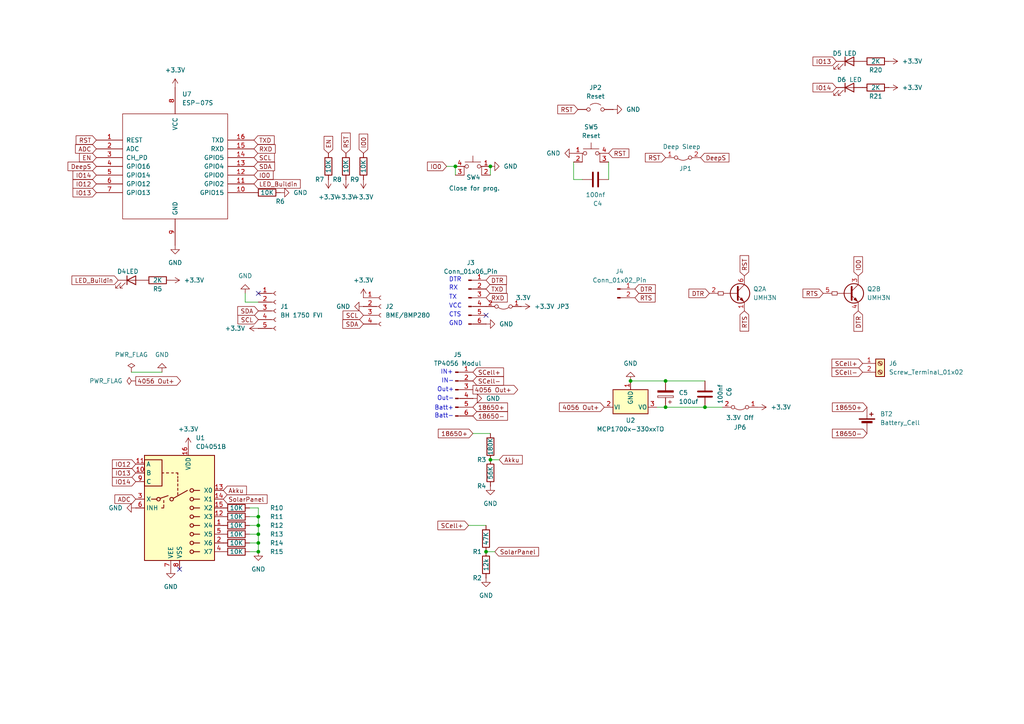
<source format=kicad_sch>
(kicad_sch (version 20250114) (generator "eeschema") (generator_version "9.0")
  (paper "A4")
  (title_block (title "TP One Board V2.0") (date "2025-06-15") (rev "V2.0") (company "TP Computerservice"))
  (lib_symbols
    (symbol "+3.3V_1" (power) (pin_numbers (hide yes)) (pin_names (offset 0) (hide yes))
      (property "Value" "+3.3V" (at 0 3.556 0))
      (symbol "+3.3V_1_0_1"
        (polyline (pts (xy -0.762 1.27) (xy 0 2.54)))
        (polyline (pts (xy 0 2.54) (xy 0.762 1.27)))
        (polyline (pts (xy 0 0) (xy 0 2.54)))
      )
      (symbol "+3.3V_1_1_1"
        (pin power_in line (at 0 0 90) (length 0) (name "~") (number "1"))
      )
    )
    (symbol "Analog_Switch:CD4051B"
      (property "Reference" "U" (at -10.16 16.51 0))
      (property "Value" "CD4051B" (at 3.81 16.51 0))
      (symbol "CD4051B_0_1"
        (rectangle (start -10.16 15.24) (end 10.16 -15.24) (stroke (width 0.254)) (fill (type background)))
        (rectangle (start -10.16 6.35) (end -5.08 13.97) (stroke (width 0.254)))
        (polyline (pts (xy -8.128 2.54) (xy -6.604 2.54)) (stroke (width 0.254)))
        (circle (center -6.096 2.54) (radius 0.508) (stroke (width 0.254)))
        (polyline (pts (xy -5.588 2.794) (xy -3.302 3.556)) (stroke (width 0.254)))
        (polyline (pts (xy -4.572 10.16) (xy -5.08 10.16)) (stroke (width 0.254)))
        (polyline (pts (xy -4.572 1.524) (xy -4.572 2.159)) (stroke (width 0.254)))
        (polyline (pts (xy -4.572 0.254) (xy -4.572 0.889)) (stroke (width 0.254)))
        (polyline (pts (xy -4.572 0) (xy -5.207 0)) (stroke (width 0.254)))
        (polyline (pts (xy -3.81 10.16) (xy -3.175 10.16)) (stroke (width 0.254)))
        (circle (center -2.286 2.54) (radius 0.508) (stroke (width 0.254)))
        (polyline (pts (xy -1.778 10.16) (xy -2.286 10.16)) (stroke (width 0.254)))
        (polyline (pts (xy -1.778 2.794) (xy 2.286 5.08)) (stroke (width 0.254)))
        (polyline (pts (xy -0.508 10.16) (xy -1.016 10.16)) (stroke (width 0.254)))
        (polyline (pts (xy -0.508 9.652) (xy -0.508 10.16)) (stroke (width 0.254)))
        (polyline (pts (xy -0.508 8.636) (xy -0.508 9.144)) (stroke (width 0.254)))
        (polyline (pts (xy -0.508 7.62) (xy -0.508 8.255)) (stroke (width 0.254)))
        (polyline (pts (xy -0.508 6.35) (xy -0.508 6.985)) (stroke (width 0.254)))
        (polyline (pts (xy -0.508 5.08) (xy -0.508 5.715)) (stroke (width 0.254)))
        (polyline (pts (xy -0.508 3.81) (xy -0.508 4.445)) (stroke (width 0.254)))
        (circle (center 3.556 5.08) (radius 0.508) (stroke (width 0.254)))
        (circle (center 3.556 2.54) (radius 0.508) (stroke (width 0.254)))
        (circle (center 3.556 0) (radius 0.508) (stroke (width 0.254)))
        (circle (center 3.556 -2.54) (radius 0.508) (stroke (width 0.254)))
        (circle (center 3.556 -5.08) (radius 0.508) (stroke (width 0.254)))
        (circle (center 3.556 -7.62) (radius 0.508) (stroke (width 0.254)))
        (circle (center 3.556 -10.16) (radius 0.508) (stroke (width 0.254)))
        (circle (center 3.556 -12.7) (radius 0.508) (stroke (width 0.254)))
        (polyline (pts (xy 4.064 5.08) (xy 5.842 5.08)) (stroke (width 0.254)))
        (polyline (pts (xy 4.064 2.54) (xy 5.842 2.54)) (stroke (width 0.254)))
        (polyline (pts (xy 4.064 0) (xy 5.842 0)) (stroke (width 0.254)))
        (polyline (pts (xy 4.064 -2.54) (xy 5.842 -2.54)) (stroke (width 0.254)))
        (polyline (pts (xy 4.064 -5.08) (xy 5.842 -5.08)) (stroke (width 0.254)))
        (polyline (pts (xy 4.064 -7.62) (xy 5.842 -7.62)) (stroke (width 0.254)))
        (polyline (pts (xy 4.064 -10.16) (xy 5.842 -10.16)) (stroke (width 0.254)))
        (polyline (pts (xy 4.064 -12.7) (xy 5.842 -12.7)) (stroke (width 0.254)))
      )
      (symbol "CD4051B_1_1"
        (pin input line (at -12.7 12.7 0) (length 2.54) (name "A") (number "11"))
        (pin input line (at -12.7 10.16 0) (length 2.54) (name "B") (number "10"))
        (pin input line (at -12.7 7.62 0) (length 2.54) (name "C") (number "9"))
        (pin bidirectional line (at -12.7 2.54 0) (length 2.54) (name "X") (number "3"))
        (pin input line (at -12.7 0 0) (length 2.54) (name "INH") (number "6"))
        (pin power_in line (at -2.54 -17.78 90) (length 2.54) (name "VEE") (number "7"))
        (pin power_in line (at 0 -17.78 90) (length 2.54) (name "VSS") (number "8"))
        (pin power_in line (at 2.54 17.78 270) (length 2.54) (name "VDD") (number "16"))
        (pin bidirectional line (at 12.7 5.08 180) (length 2.54) (name "X0") (number "13"))
        (pin bidirectional line (at 12.7 2.54 180) (length 2.54) (name "X1") (number "14"))
        (pin bidirectional line (at 12.7 0 180) (length 2.54) (name "X2") (number "15"))
        (pin bidirectional line (at 12.7 -2.54 180) (length 2.54) (name "X3") (number "12"))
        (pin bidirectional line (at 12.7 -5.08 180) (length 2.54) (name "X4") (number "1"))
        (pin bidirectional line (at 12.7 -7.62 180) (length 2.54) (name "X5") (number "5"))
        (pin bidirectional line (at 12.7 -10.16 180) (length 2.54) (name "X6") (number "2"))
        (pin bidirectional line (at 12.7 -12.7 180) (length 2.54) (name "X7") (number "4"))
      )
    )
    (symbol "Connector:Conn_01x02_Pin" (pin_names (offset 1.016) (hide yes))
      (property "Reference" "J" (at 0 2.54 0))
      (property "Value" "Conn_01x02_Pin" (at 0 -5.08 0))
      (symbol "Conn_01x02_Pin_1_1"
        (rectangle (start 0.8636 0.127) (end 0 -0.127) (stroke (width 0.1524)) (fill (type outline)))
        (rectangle (start 0.8636 -2.413) (end 0 -2.667) (stroke (width 0.1524)) (fill (type outline)))
        (polyline (pts (xy 1.27 0) (xy 0.8636 0)) (stroke (width 0.1524)))
        (polyline (pts (xy 1.27 -2.54) (xy 0.8636 -2.54)) (stroke (width 0.1524)))
        (pin passive line (at 5.08 0 180) (length 3.81) (name "Pin_1") (number "1"))
        (pin passive line (at 5.08 -2.54 180) (length 3.81) (name "Pin_2") (number "2"))
      )
    )
    (symbol "Connector:Conn_01x04_Socket" (pin_names (offset 1.016) (hide yes))
      (property "Reference" "J" (at 0 5.08 0))
      (property "Value" "Conn_01x04_Socket" (at 0 -7.62 0))
      (symbol "Conn_01x04_Socket_1_1"
        (polyline (pts (xy -1.27 2.54) (xy -0.508 2.54)) (stroke (width 0.1524)))
        (polyline (pts (xy -1.27 0) (xy -0.508 0)) (stroke (width 0.1524)))
        (polyline (pts (xy -1.27 -2.54) (xy -0.508 -2.54)) (stroke (width 0.1524)))
        (polyline (pts (xy -1.27 -5.08) (xy -0.508 -5.08)) (stroke (width 0.1524)))
        (arc (start 0 2.032) (mid -0.5058 2.54) (end 0 3.048) (stroke (width 0.1524)))
        (arc (start 0 -0.508) (mid -0.5058 0) (end 0 0.508) (stroke (width 0.1524)))
        (arc (start 0 -3.048) (mid -0.5058 -2.54) (end 0 -2.032) (stroke (width 0.1524)))
        (arc (start 0 -5.588) (mid -0.5058 -5.08) (end 0 -4.572) (stroke (width 0.1524)))
        (pin passive line (at -5.08 2.54 0) (length 3.81) (name "Pin_1") (number "1"))
        (pin passive line (at -5.08 0 0) (length 3.81) (name "Pin_2") (number "2"))
        (pin passive line (at -5.08 -2.54 0) (length 3.81) (name "Pin_3") (number "3"))
        (pin passive line (at -5.08 -5.08 0) (length 3.81) (name "Pin_4") (number "4"))
      )
    )
    (symbol "Connector:Conn_01x05_Socket" (pin_names (offset 1.016) (hide yes))
      (property "Reference" "J" (at 0 7.62 0))
      (property "Value" "Conn_01x05_Socket" (at 0 -7.62 0))
      (symbol "Conn_01x05_Socket_1_1"
        (polyline (pts (xy -1.27 5.08) (xy -0.508 5.08)) (stroke (width 0.1524)))
        (polyline (pts (xy -1.27 2.54) (xy -0.508 2.54)) (stroke (width 0.1524)))
        (polyline (pts (xy -1.27 0) (xy -0.508 0)) (stroke (width 0.1524)))
        (polyline (pts (xy -1.27 -2.54) (xy -0.508 -2.54)) (stroke (width 0.1524)))
        (polyline (pts (xy -1.27 -5.08) (xy -0.508 -5.08)) (stroke (width 0.1524)))
        (arc (start 0 4.572) (mid -0.5058 5.08) (end 0 5.588) (stroke (width 0.1524)))
        (arc (start 0 2.032) (mid -0.5058 2.54) (end 0 3.048) (stroke (width 0.1524)))
        (arc (start 0 -0.508) (mid -0.5058 0) (end 0 0.508) (stroke (width 0.1524)))
        (arc (start 0 -3.048) (mid -0.5058 -2.54) (end 0 -2.032) (stroke (width 0.1524)))
        (arc (start 0 -5.588) (mid -0.5058 -5.08) (end 0 -4.572) (stroke (width 0.1524)))
        (pin passive line (at -5.08 5.08 0) (length 3.81) (name "Pin_1") (number "1"))
        (pin passive line (at -5.08 2.54 0) (length 3.81) (name "Pin_2") (number "2"))
        (pin passive line (at -5.08 0 0) (length 3.81) (name "Pin_3") (number "3"))
        (pin passive line (at -5.08 -2.54 0) (length 3.81) (name "Pin_4") (number "4"))
        (pin passive line (at -5.08 -5.08 0) (length 3.81) (name "Pin_5") (number "5"))
      )
    )
    (symbol "Connector:Conn_01x06_Pin" (pin_names (offset 1.016) (hide yes))
      (property "Reference" "J" (at 0 7.62 0))
      (property "Value" "Conn_01x06_Pin" (at 0 -10.16 0))
      (symbol "Conn_01x06_Pin_1_1"
        (rectangle (start 0.8636 5.207) (end 0 4.953) (stroke (width 0.1524)) (fill (type outline)))
        (rectangle (start 0.8636 2.667) (end 0 2.413) (stroke (width 0.1524)) (fill (type outline)))
        (rectangle (start 0.8636 0.127) (end 0 -0.127) (stroke (width 0.1524)) (fill (type outline)))
        (rectangle (start 0.8636 -2.413) (end 0 -2.667) (stroke (width 0.1524)) (fill (type outline)))
        (rectangle (start 0.8636 -4.953) (end 0 -5.207) (stroke (width 0.1524)) (fill (type outline)))
        (rectangle (start 0.8636 -7.493) (end 0 -7.747) (stroke (width 0.1524)) (fill (type outline)))
        (polyline (pts (xy 1.27 5.08) (xy 0.8636 5.08)) (stroke (width 0.1524)))
        (polyline (pts (xy 1.27 2.54) (xy 0.8636 2.54)) (stroke (width 0.1524)))
        (polyline (pts (xy 1.27 0) (xy 0.8636 0)) (stroke (width 0.1524)))
        (polyline (pts (xy 1.27 -2.54) (xy 0.8636 -2.54)) (stroke (width 0.1524)))
        (polyline (pts (xy 1.27 -5.08) (xy 0.8636 -5.08)) (stroke (width 0.1524)))
        (polyline (pts (xy 1.27 -7.62) (xy 0.8636 -7.62)) (stroke (width 0.1524)))
        (pin passive line (at 5.08 5.08 180) (length 3.81) (name "Pin_1") (number "1"))
        (pin passive line (at 5.08 2.54 180) (length 3.81) (name "Pin_2") (number "2"))
        (pin passive line (at 5.08 0 180) (length 3.81) (name "Pin_3") (number "3"))
        (pin passive line (at 5.08 -2.54 180) (length 3.81) (name "Pin_4") (number "4"))
        (pin passive line (at 5.08 -5.08 180) (length 3.81) (name "Pin_5") (number "5"))
        (pin passive line (at 5.08 -7.62 180) (length 3.81) (name "Pin_6") (number "6"))
      )
    )
    (symbol "Connector:Screw_Terminal_01x02" (pin_names (offset 1.016) (hide yes))
      (property "Reference" "J" (at 0 2.54 0))
      (property "Value" "Screw_Terminal_01x02" (at 0 -5.08 0))
      (symbol "Screw_Terminal_01x02_1_1"
        (rectangle (start -1.27 1.27) (end 1.27 -3.81) (stroke (width 0.254)) (fill (type background)))
        (polyline (pts (xy -0.5334 0.3302) (xy 0.3302 -0.508)) (stroke (width 0.1524)))
        (polyline (pts (xy -0.5334 -2.2098) (xy 0.3302 -3.048)) (stroke (width 0.1524)))
        (polyline (pts (xy -0.3556 0.508) (xy 0.508 -0.3302)) (stroke (width 0.1524)))
        (polyline (pts (xy -0.3556 -2.032) (xy 0.508 -2.8702)) (stroke (width 0.1524)))
        (circle (center 0 0) (radius 0.635) (stroke (width 0.1524)))
        (circle (center 0 -2.54) (radius 0.635) (stroke (width 0.1524)))
        (pin passive line (at -5.08 0 0) (length 3.81) (name "Pin_1") (number "1"))
        (pin passive line (at -5.08 -2.54 0) (length 3.81) (name "Pin_2") (number "2"))
      )
    )
    (symbol "Device:Battery_Cell" (pin_numbers (hide yes)) (pin_names (offset 0) (hide yes))
      (property "Reference" "BT" (at 2.54 2.54 0))
      (property "Value" "Battery_Cell" (at 2.54 0 0))
      (symbol "Battery_Cell_0_1"
        (rectangle (start -2.286 1.778) (end 2.286 1.524) (fill (type outline)))
        (rectangle (start -1.524 1.016) (end 1.524 0.508) (fill (type outline)))
        (polyline (pts (xy 0 1.778) (xy 0 2.54)))
        (polyline (pts (xy 0 0.762) (xy 0 0)))
        (polyline (pts (xy 0.762 3.048) (xy 1.778 3.048)) (stroke (width 0.254)))
        (polyline (pts (xy 1.27 3.556) (xy 1.27 2.54)) (stroke (width 0.254)))
      )
      (symbol "Battery_Cell_1_1"
        (pin passive line (at 0 5.08 270) (length 2.54) (name "+") (number "1"))
        (pin passive line (at 0 -2.54 90) (length 2.54) (name "-") (number "2"))
      )
    )
    (symbol "Device:C" (pin_numbers (hide yes)) (pin_names (offset 0.254))
      (property "Reference" "C" (at 0.635 2.54 0))
      (property "Value" "C" (at 0.635 -2.54 0))
      (symbol "C_0_1"
        (polyline (pts (xy -2.032 0.762) (xy 2.032 0.762)) (stroke (width 0.508)))
        (polyline (pts (xy -2.032 -0.762) (xy 2.032 -0.762)) (stroke (width 0.508)))
      )
      (symbol "C_1_1"
        (pin passive line (at 0 3.81 270) (length 2.794) (name "~") (number "1"))
        (pin passive line (at 0 -3.81 90) (length 2.794) (name "~") (number "2"))
      )
    )
    (symbol "Device:C_Polarized" (pin_numbers (hide yes)) (pin_names (offset 0.254))
      (property "Reference" "C" (at 0.635 2.54 0))
      (property "Value" "C_Polarized" (at 0.635 -2.54 0))
      (symbol "C_Polarized_0_1"
        (rectangle (start -2.286 0.508) (end 2.286 1.016))
        (polyline (pts (xy -1.778 2.286) (xy -0.762 2.286)))
        (polyline (pts (xy -1.27 2.794) (xy -1.27 1.778)))
        (rectangle (start 2.286 -0.508) (end -2.286 -1.016) (fill (type outline)))
      )
      (symbol "C_Polarized_1_1"
        (pin passive line (at 0 3.81 270) (length 2.794) (name "~") (number "1"))
        (pin passive line (at 0 -3.81 90) (length 2.794) (name "~") (number "2"))
      )
    )
    (symbol "Device:R" (pin_numbers (hide yes)) (pin_names (offset 0))
      (property "Reference" "R" (at 2.032 0 90))
      (property "Value" "R" (at 0 0 90))
      (symbol "R_0_1"
        (rectangle (start -1.016 -2.54) (end 1.016 2.54) (stroke (width 0.254)))
      )
      (symbol "R_1_1"
        (pin passive line (at 0 3.81 270) (length 1.27) (name "~") (number "1"))
        (pin passive line (at 0 -3.81 90) (length 1.27) (name "~") (number "2"))
      )
    )
    (symbol "ESP8266:ESP-07S" (pin_names (offset 1.016))
      (property "Reference" "U" (at 0 -2.54 0))
      (property "Value" "ESP-07S" (at 0 2.54 0))
      (symbol "ESP-07S_1_0"
        (rectangle (start -15.24 -15.24) (end 15.24 15.24))
      )
      (symbol "ESP-07S_1_1"
        (pin input line (at -22.86 7.62 0) (length 7.62) (name "REST") (number "1"))
        (pin passive line (at -22.86 5.08 0) (length 7.62) (name "ADC") (number "2"))
        (pin input line (at -22.86 2.54 0) (length 7.62) (name "CH_PD") (number "3"))
        (pin bidirectional line (at -22.86 0 0) (length 7.62) (name "GPIO16") (number "4"))
        (pin bidirectional line (at -22.86 -2.54 0) (length 7.62) (name "GPIO14") (number "5"))
        (pin bidirectional line (at -22.86 -5.08 0) (length 7.62) (name "GPIO12") (number "6"))
        (pin bidirectional line (at -22.86 -7.62 0) (length 7.62) (name "GPIO13") (number "7"))
        (pin power_in line (at 0 22.86 270) (length 7.62) (name "VCC") (number "8"))
        (pin power_in line (at 0 -22.86 90) (length 7.62) (name "GND") (number "9"))
        (pin output line (at 22.86 7.62 180) (length 7.62) (name "TXD") (number "16"))
        (pin input line (at 22.86 5.08 180) (length 7.62) (name "RXD") (number "15"))
        (pin bidirectional line (at 22.86 2.54 180) (length 7.62) (name "GPIO5") (number "14"))
        (pin bidirectional line (at 22.86 0 180) (length 7.62) (name "GPIO4") (number "13"))
        (pin bidirectional line (at 22.86 -2.54 180) (length 7.62) (name "GPIO0") (number "12"))
        (pin bidirectional line (at 22.86 -5.08 180) (length 7.62) (name "GPIO2") (number "11"))
        (pin bidirectional line (at 22.86 -7.62 180) (length 7.62) (name "GPIO15") (number "10"))
      )
    )
    (symbol "GND_1" (power) (pin_numbers (hide yes)) (pin_names (offset 0) (hide yes))
      (property "Value" "GND" (at 0 -3.81 0))
      (symbol "GND_1_0_1"
        (polyline (pts (xy 0 0) (xy 0 -1.27) (xy 1.27 -1.27) (xy 0 -2.54) (xy -1.27 -1.27) (xy 0 -1.27)))
      )
      (symbol "GND_1_1_1"
        (pin power_in line (at 0 0 270) (length 0) (name "~") (number "1"))
      )
    )
    (symbol "Jumper:Jumper_2_Bridged" (pin_names (offset 0) (hide yes))
      (property "Reference" "JP" (at 0 1.905 0))
      (property "Value" "Jumper_2_Bridged" (at 0 -2.54 0))
      (symbol "Jumper_2_Bridged_0_0"
        (circle (center -2.032 0) (radius 0.508))
        (circle (center 2.032 0) (radius 0.508))
      )
      (symbol "Jumper_2_Bridged_0_1"
        (arc (start -1.524 0.254) (mid 0 0.762) (end 1.524 0.254))
      )
      (symbol "Jumper_2_Bridged_1_1"
        (pin passive line (at -5.08 0 0) (length 2.54) (name "A") (number "1"))
        (pin passive line (at 5.08 0 180) (length 2.54) (name "B") (number "2"))
      )
    )
    (symbol "Jumper:Jumper_2_Open" (pin_numbers (hide yes)) (pin_names (offset 0) (hide yes)) (exclude_from_sim yes)
      (property "Reference" "JP" (at 0 2.794 0))
      (property "Value" "Jumper_2_Open" (at 0 -2.286 0))
      (symbol "Jumper_2_Open_0_0"
        (circle (center -2.032 0) (radius 0.508))
        (circle (center 2.032 0) (radius 0.508))
      )
      (symbol "Jumper_2_Open_0_1"
        (arc (start -1.524 1.27) (mid 0 1.778) (end 1.524 1.27))
      )
      (symbol "Jumper_2_Open_1_1"
        (pin passive line (at -5.08 0 0) (length 2.54) (name "A") (number "1"))
        (pin passive line (at 5.08 0 180) (length 2.54) (name "B") (number "2"))
      )
    )
    (symbol "LED_1" (pin_numbers (hide yes)) (pin_names (offset 1.016) (hide yes))
      (property "Reference" "D" (at 0 2.54 0))
      (property "Value" "LED" (at 0 -2.54 0))
      (symbol "LED_1_0_1"
        (polyline (pts (xy -3.048 -0.762) (xy -4.572 -2.286) (xy -3.81 -2.286) (xy -4.572 -2.286) (xy -4.572 -1.524)))
        (polyline (pts (xy -1.778 -0.762) (xy -3.302 -2.286) (xy -2.54 -2.286) (xy -3.302 -2.286) (xy -3.302 -1.524)))
        (polyline (pts (xy -1.27 0) (xy 1.27 0)))
        (polyline (pts (xy -1.27 -1.27) (xy -1.27 1.27)) (stroke (width 0.254)))
        (polyline (pts (xy 1.27 -1.27) (xy 1.27 1.27) (xy -1.27 0) (xy 1.27 -1.27)) (stroke (width 0.254)))
      )
      (symbol "LED_1_1_1"
        (pin passive line (at -3.81 0 0) (length 2.54) (name "K") (number "1"))
        (pin passive line (at 3.81 0 180) (length 2.54) (name "A") (number "2"))
      )
    )
    (symbol "PWR_FLAG_1" (power) (pin_numbers (hide yes)) (pin_names (offset 0) (hide yes))
      (property "Value" "PWR_FLAG" (at 0 3.81 0))
      (symbol "PWR_FLAG_1_0_0"
        (pin power_out line (at 0 0 90) (length 0) (name "~") (number "1"))
      )
      (symbol "PWR_FLAG_1_0_1"
        (polyline (pts (xy 0 0) (xy 0 1.27) (xy -1.016 1.905) (xy 0 2.54) (xy 1.016 1.905) (xy 0 1.27)))
      )
    )
    (symbol "Regulator_Linear:MCP1700x-330xxTO" (pin_names (offset 0.254))
      (property "Reference" "U" (at -3.81 -3.175 0))
      (property "Value" "MCP1700x-330xxTO" (at 0 -3.175 0))
      (symbol "MCP1700x-330xxTO_0_1"
        (rectangle (start -5.08 5.08) (end 5.08 -1.905) (stroke (width 0.254)) (fill (type background)))
      )
      (symbol "MCP1700x-330xxTO_1_1"
        (pin power_in line (at -7.62 0 0) (length 2.54) (name "VI") (number "2"))
        (pin power_in line (at 0 7.62 270) (length 2.54) (name "GND") (number "1"))
        (pin power_out line (at 7.62 0 180) (length 2.54) (name "VO") (number "3"))
      )
    )
    (symbol "Switch:SW_MEC_5E" (pin_names (offset 1.016) (hide yes))
      (property "Reference" "SW" (at 0.635 5.715 0))
      (property "Value" "SW_MEC_5E" (at 0 -3.175 0))
      (symbol "SW_MEC_5E_0_1"
        (polyline (pts (xy -2.54 0) (xy -2.54 2.54) (xy -2.286 2.54)))
        (polyline (pts (xy -2.286 3.81) (xy 2.286 3.81)))
        (circle (center -1.778 2.54) (radius 0.508))
        (polyline (pts (xy 0 3.81) (xy 0 5.588)))
        (circle (center 1.778 2.54) (radius 0.508))
        (polyline (pts (xy 2.54 0) (xy 2.54 2.54) (xy 2.286 2.54)))
        (pin passive line (at -5.08 2.54 0) (length 2.54) (name "1") (number "1"))
        (pin passive line (at -5.08 0 0) (length 2.54) (name "2") (number "2"))
        (pin passive line (at 5.08 2.54 180) (length 2.54) (name "A") (number "4"))
        (pin passive line (at 5.08 0 180) (length 2.54) (name "K") (number "3"))
      )
    )
    (symbol "Transistor_BJT:UMH3N" (pin_names (hide yes))
      (property "Reference" "Q" (at 7.62 1.27 0))
      (property "Value" "UMH3N" (at 7.62 -1.27 0))
      (symbol "UMH3N_0_1"
        (rectangle (start -6.35 0.508) (end -4.826 -0.508))
        (polyline (pts (xy -0.762 0) (xy -4.826 0)))
        (polyline (pts (xy -0.635 1.905) (xy -0.635 -1.905)) (stroke (width 0.508)))
        (polyline (pts (xy -0.635 0.635) (xy 1.27 2.54)))
        (polyline (pts (xy -0.635 -0.635) (xy 1.27 -2.54)))
        (polyline (pts (xy 0 -1.778) (xy 0.508 -1.27) (xy 1.016 -2.286) (xy 0 -1.778)) (fill (type outline)))
      )
      (symbol "UMH3N_1_1"
        (circle (center 0 0) (radius 2.8194) (stroke (width 0.254)))
        (pin input line (at -8.89 0 0) (length 2.54) (name "B1") (number "2"))
        (pin passive line (at 1.27 5.08 270) (length 2.54) (name "C1") (number "6"))
        (pin passive line (at 1.27 -5.08 90) (length 2.54) (name "E1") (number "1"))
      )
      (symbol "UMH3N_2_1"
        (circle (center 0 0) (radius 2.8194) (stroke (width 0.254)))
        (pin input line (at -8.89 0 0) (length 2.54) (name "B2") (number "5"))
        (pin passive line (at 1.27 5.08 270) (length 2.54) (name "C2") (number "3"))
        (pin passive line (at 1.27 -5.08 90) (length 2.54) (name "E2") (number "4"))
      )
    )
  )
  (text "Out+" (at 126.746 113.792 0) (effects (font (size 1.27 1.27)) (justify left bottom)))
  (text "CTS" (at 130.175 92.075 0) (effects (font (size 1.27 1.27)) (justify left bottom)))
  (text "IN+" (at 127.762 108.712 0) (effects (font (size 1.27 1.27)) (justify left bottom)))
  (text "VCC" (at 130.175 89.535 0) (effects (font (size 1.27 1.27)) (justify left bottom)))
  (text "Out-" (at 126.746 116.332 0) (effects (font (size 1.27 1.27)) (justify left bottom)))
  (text "Batt-" (at 125.984 121.412 0) (effects (font (size 1.27 1.27)) (justify left bottom)))
  (text "Batt+" (at 125.984 119.126 0) (effects (font (size 1.27 1.27)) (justify left bottom)))
  (text "DTR\n" (at 130.175 81.915 0) (effects (font (size 1.27 1.27)) (justify left bottom)))
  (text "TX" (at 130.175 86.995 0) (effects (font (size 1.27 1.27)) (justify left bottom)))
  (text "RX\n\n" (at 130.175 86.36 0) (effects (font (size 1.27 1.27)) (justify left bottom)))
  (text "IN-" (at 128.016 111.252 0) (effects (font (size 1.27 1.27)) (justify left bottom)))
  (text "GND" (at 130.175 94.615 0) (effects (font (size 1.27 1.27)) (justify left bottom)))
  (junction (at 140.97 160.02))
  (junction (at 142.24 133.35))
  (junction (at 74.93 152.4))
  (junction (at 74.93 154.94))
  (junction (at 193.04 118.11))
  (junction (at 74.93 157.48))
  (junction (at 204.47 118.11))
  (junction (at 132.08 48.26))
  (junction (at 142.24 48.26))
  (junction (at 182.88 110.49))
  (junction (at 74.93 149.86))
  (junction (at 74.93 160.02))
  (junction (at 193.04 110.49))
  (no_connect (at 52.07 165.1))
  (no_connect (at 74.93 85.09))
  (no_connect (at 140.97 91.44))
  (wire (pts (xy 204.47 118.11) (xy 209.55 118.11)))
  (wire (pts (xy 72.39 147.32) (xy 74.93 147.32)))
  (wire (pts (xy 74.93 152.4) (xy 74.93 154.94)))
  (wire (pts (xy 140.97 160.02) (xy 143.51 160.02)))
  (wire (pts (xy 74.93 147.32) (xy 74.93 149.86)))
  (wire (pts (xy 142.24 48.26) (xy 142.24 50.8)))
  (wire (pts (xy 71.12 87.63) (xy 74.93 87.63)))
  (wire (pts (xy 74.93 157.48) (xy 72.39 157.48)))
  (wire (pts (xy 132.08 48.26) (xy 132.08 50.8)))
  (wire (pts (xy 74.93 149.86) (xy 74.93 152.4)))
  (wire (pts (xy 166.37 46.99) (xy 166.37 52.07)))
  (wire (pts (xy 71.12 85.09) (xy 71.12 87.63)))
  (wire (pts (xy 74.93 157.48) (xy 74.93 160.02)))
  (wire (pts (xy 74.93 154.94) (xy 74.93 157.48)))
  (wire (pts (xy 74.93 152.4) (xy 72.39 152.4)))
  (wire (pts (xy 142.24 133.35) (xy 144.78 133.35)))
  (wire (pts (xy 135.89 152.4) (xy 140.97 152.4)))
  (wire (pts (xy 74.93 154.94) (xy 72.39 154.94)))
  (wire (pts (xy 193.04 110.49) (xy 204.47 110.49)))
  (wire (pts (xy 190.5 118.11) (xy 193.04 118.11)))
  (wire (pts (xy 74.93 160.02) (xy 72.39 160.02)))
  (wire (pts (xy 38.1 107.95) (xy 46.99 107.95)))
  (wire (pts (xy 182.88 110.49) (xy 193.04 110.49)))
  (wire (pts (xy 166.37 52.07) (xy 168.91 52.07)))
  (wire (pts (xy 193.04 118.11) (xy 204.47 118.11)))
  (wire (pts (xy 176.53 46.99) (xy 176.53 52.07)))
  (wire (pts (xy 129.54 48.26) (xy 132.08 48.26)))
  (wire (pts (xy 72.39 149.86) (xy 74.93 149.86)))
  (wire (pts (xy 137.16 125.73) (xy 142.24 125.73)))
  (global_label "TXD" (shape input) (at 140.97 83.82 0) (property "Intersheetrefs" "${INTERSHEET_REFS}" (effects (hide yes))))
  (global_label "ADC" (shape input) (at 27.94 43.18 180) (property "Intersheetrefs" "${INTERSHEET_REFS}" (effects (hide yes))))
  (global_label "SCell-" (shape input) (at 137.16 110.49 0) (property "Intersheetrefs" "${INTERSHEET_REFS}" (effects (hide yes))))
  (global_label "Akku" (shape input) (at 64.77 142.24 0) (property "Intersheetrefs" "${INTERSHEET_REFS}" (effects (hide yes))))
  (global_label "SCell+" (shape input) (at 137.16 107.95 0) (property "Intersheetrefs" "${INTERSHEET_REFS}" (effects (hide yes))))
  (global_label "IO13" (shape input) (at 27.94 55.88 180) (property "Intersheetrefs" "${INTERSHEET_REFS}" (effects (hide yes))))
  (global_label "RST" (shape input) (at 176.53 44.45 0) (property "Intersheetrefs" "${INTERSHEET_REFS}" (effects (hide yes))))
  (global_label "IO14" (shape input) (at 242.57 25.4 180) (property "Intersheetrefs" "${INTERSHEET_REFS}" (effects (hide yes))))
  (global_label "SCL" (shape input) (at 105.41 91.44 180) (property "Intersheetrefs" "${INTERSHEET_REFS}" (effects (hide yes))))
  (global_label "IO14" (shape input) (at 39.37 139.7 180) (property "Intersheetrefs" "${INTERSHEET_REFS}" (effects (hide yes))))
  (global_label "IO13" (shape input) (at 242.57 17.78 180) (property "Intersheetrefs" "${INTERSHEET_REFS}" (effects (hide yes))))
  (global_label "DTR" (shape input) (at 140.97 81.28 0) (property "Intersheetrefs" "${INTERSHEET_REFS}" (effects (hide yes))))
  (global_label "EN" (shape input) (at 27.94 45.72 180) (property "Intersheetrefs" "${INTERSHEET_REFS}" (effects (hide yes))))
  (global_label "DeepS" (shape input) (at 203.2 45.72 0) (property "Intersheetrefs" "${INTERSHEET_REFS}" (effects (hide yes))))
  (global_label "LED_Buildin" (shape input) (at 73.66 53.34 0) (property "Intersheetrefs" "${INTERSHEET_REFS}" (effects (hide yes))))
  (global_label "18650-" (shape input) (at 251.46 125.73 180) (property "Intersheetrefs" "${INTERSHEET_REFS}" (effects (hide yes))))
  (global_label "SCell+" (shape input) (at 250.19 105.41 180) (property "Intersheetrefs" "${INTERSHEET_REFS}" (effects (hide yes))))
  (global_label "4056 Out+" (shape input) (at 175.26 118.11 180) (property "Intersheetrefs" "${INTERSHEET_REFS}" (effects (hide yes))))
  (global_label "RST" (shape input) (at 193.04 45.72 180) (property "Intersheetrefs" "${INTERSHEET_REFS}" (effects (hide yes))))
  (global_label "SCL" (shape input) (at 73.66 45.72 0) (property "Intersheetrefs" "${INTERSHEET_REFS}" (effects (hide yes))))
  (global_label "RST" (shape input) (at 167.64 31.75 180) (property "Intersheetrefs" "${INTERSHEET_REFS}" (effects (hide yes))))
  (global_label "IO13" (shape input) (at 39.37 137.16 180) (property "Intersheetrefs" "${INTERSHEET_REFS}" (effects (hide yes))))
  (global_label "SolarPanel" (shape input) (at 143.51 160.02 0) (property "Intersheetrefs" "${INTERSHEET_REFS}" (effects (hide yes))))
  (global_label "IO0" (shape input) (at 73.66 50.8 0) (property "Intersheetrefs" "${INTERSHEET_REFS}" (effects (hide yes))))
  (global_label "IO0" (shape input) (at 105.41 44.45 90) (property "Intersheetrefs" "${INTERSHEET_REFS}" (effects (hide yes))))
  (global_label "IO14" (shape input) (at 27.94 50.8 180) (property "Intersheetrefs" "${INTERSHEET_REFS}" (effects (hide yes))))
  (global_label "IO0" (shape input) (at 129.54 48.26 180) (property "Intersheetrefs" "${INTERSHEET_REFS}" (effects (hide yes))))
  (global_label "RXD" (shape input) (at 140.97 86.36 0) (property "Intersheetrefs" "${INTERSHEET_REFS}" (effects (hide yes))))
  (global_label "SCL" (shape input) (at 74.93 92.71 180) (property "Intersheetrefs" "${INTERSHEET_REFS}" (effects (hide yes))))
  (global_label "LED_Buildin" (shape input) (at 34.29 81.28 180) (property "Intersheetrefs" "${INTERSHEET_REFS}" (effects (hide yes))))
  (global_label "18650-" (shape input) (at 137.16 120.65 0) (property "Intersheetrefs" "${INTERSHEET_REFS}" (effects (hide yes))))
  (global_label "18650+" (shape input) (at 137.16 125.73 180) (property "Intersheetrefs" "${INTERSHEET_REFS}" (effects (hide yes))))
  (global_label "18650+" (shape input) (at 137.16 118.11 0) (property "Intersheetrefs" "${INTERSHEET_REFS}" (effects (hide yes))))
  (global_label "RTS" (shape input) (at 184.15 86.36 0) (property "Intersheetrefs" "${INTERSHEET_REFS}" (effects (hide yes))))
  (global_label "RTS" (shape input) (at 238.76 85.09 180) (property "Intersheetrefs" "${INTERSHEET_REFS}" (effects (hide yes))))
  (global_label "Akku" (shape input) (at 144.78 133.35 0) (property "Intersheetrefs" "${INTERSHEET_REFS}" (effects (hide yes))))
  (global_label "SDA" (shape input) (at 105.41 93.98 180) (property "Intersheetrefs" "${INTERSHEET_REFS}" (effects (hide yes))))
  (global_label "IO12" (shape input) (at 27.94 53.34 180) (property "Intersheetrefs" "${INTERSHEET_REFS}" (effects (hide yes))))
  (global_label "SDA" (shape input) (at 74.93 90.17 180) (property "Intersheetrefs" "${INTERSHEET_REFS}" (effects (hide yes))))
  (global_label "DTR" (shape input) (at 205.74 85.09 180) (property "Intersheetrefs" "${INTERSHEET_REFS}" (effects (hide yes))))
  (global_label "4056 Out+" (shape output) (at 39.37 110.49 0) (property "Intersheetrefs" "${INTERSHEET_REFS}" (effects (hide yes))))
  (global_label "DTR" (shape input) (at 248.92 90.17 270) (property "Intersheetrefs" "${INTERSHEET_REFS}" (effects (hide yes))))
  (global_label "SDA" (shape input) (at 73.66 48.26 0) (property "Intersheetrefs" "${INTERSHEET_REFS}" (effects (hide yes))))
  (global_label "TXD" (shape input) (at 73.66 40.64 0) (property "Intersheetrefs" "${INTERSHEET_REFS}" (effects (hide yes))))
  (global_label "SCell-" (shape input) (at 250.19 107.95 180) (property "Intersheetrefs" "${INTERSHEET_REFS}" (effects (hide yes))))
  (global_label "RXD" (shape input) (at 73.66 43.18 0) (property "Intersheetrefs" "${INTERSHEET_REFS}" (effects (hide yes))))
  (global_label "IO12" (shape input) (at 39.37 134.62 180) (property "Intersheetrefs" "${INTERSHEET_REFS}" (effects (hide yes))))
  (global_label "18650+" (shape input) (at 251.46 118.11 180) (property "Intersheetrefs" "${INTERSHEET_REFS}" (effects (hide yes))))
  (global_label "EN" (shape input) (at 95.25 44.45 90) (property "Intersheetrefs" "${INTERSHEET_REFS}" (effects (hide yes))))
  (global_label "ADC" (shape input) (at 39.37 144.78 180) (property "Intersheetrefs" "${INTERSHEET_REFS}" (effects (hide yes))))
  (global_label "DTR" (shape input) (at 184.15 83.82 0) (property "Intersheetrefs" "${INTERSHEET_REFS}" (effects (hide yes))))
  (global_label "4056 Out+" (shape output) (at 137.16 113.03 0) (property "Intersheetrefs" "${INTERSHEET_REFS}" (effects (hide yes))))
  (global_label "DeepS" (shape input) (at 27.94 48.26 180) (property "Intersheetrefs" "${INTERSHEET_REFS}" (effects (hide yes))))
  (global_label "IO0" (shape input) (at 248.92 80.01 90) (property "Intersheetrefs" "${INTERSHEET_REFS}" (effects (hide yes))))
  (global_label "RST" (shape input) (at 27.94 40.64 180) (property "Intersheetrefs" "${INTERSHEET_REFS}" (effects (hide yes))))
  (global_label "RTS" (shape input) (at 215.9 90.17 270) (property "Intersheetrefs" "${INTERSHEET_REFS}" (effects (hide yes))))
  (global_label "RST" (shape input) (at 215.9 80.01 90) (property "Intersheetrefs" "${INTERSHEET_REFS}" (effects (hide yes))))
  (global_label "SolarPanel" (shape input) (at 64.77 144.78 0) (property "Intersheetrefs" "${INTERSHEET_REFS}" (effects (hide yes))))
  (global_label "SCell+" (shape input) (at 135.89 152.4 180) (property "Intersheetrefs" "${INTERSHEET_REFS}" (effects (hide yes))))
  (global_label "RST" (shape input) (at 100.33 44.45 90) (property "Intersheetrefs" "${INTERSHEET_REFS}" (effects (hide yes))))
  (symbol (lib_id "Transistor_BJT:UMH3N") (at 214.63 85.09 0) (unit 1)
    (property "Reference" "Q2" (at 218.44 83.8199 0) (effects (justify left)))
    (property "Value" "UMH3N" (at 218.44 86.3599 0) (effects (justify left)))
    (property "Footprint" "Package_TO_SOT_SMD:SOT-363_SC-70-6" (effects (hide yes)))
    (property "Datasheet" "http://rohmfs.rohm.com/en/products/databook/datasheet/discrete/transistor/digital/emh3t2r-e.pdf" (effects (hide yes)))
    (property "Description" "0.1A Ic, 50V Vce, Dual NPN Input Resistor Transistors, SOT-363" (effects (hide yes)))
  )
  (symbol (lib_name "+3.3V_1") (lib_id "power:+3.3V") (at 74.93 95.25 90) (unit 1)
    (property "Reference" "#PWR048" (effects (hide yes)))
    (property "Value" "+3.3V" (at 71.12 95.2499 90) (effects (justify left)))
    (property "Description" "Power symbol creates a global label with name \"+3.3V\"" (effects (hide yes)))
  )
  (symbol (lib_id "Transistor_BJT:UMH3N") (at 247.65 85.09 0) (unit 2)
    (property "Reference" "Q2" (at 251.46 83.8199 0) (effects (justify left)))
    (property "Value" "UMH3N" (at 251.46 86.3599 0) (effects (justify left)))
    (property "Footprint" "Package_TO_SOT_SMD:SOT-363_SC-70-6" (effects (hide yes)))
    (property "Datasheet" "http://rohmfs.rohm.com/en/products/databook/datasheet/discrete/transistor/digital/emh3t2r-e.pdf" (effects (hide yes)))
    (property "Description" "0.1A Ic, 50V Vce, Dual NPN Input Resistor Transistors, SOT-363" (effects (hide yes)))
  )
  (symbol (lib_name "+3.3V_1") (lib_id "power:+3.3V") (at 257.81 17.78 270) (unit 1) (on_board no)
    (property "Reference" "#PWR044" (effects (hide yes)))
    (property "Value" "+3.3V" (at 261.62 17.7799 90) (effects (justify left)))
    (property "Description" "Power symbol creates a global label with name \"+3.3V\"" (effects (hide yes)))
  )
  (symbol (lib_name "GND_1") (lib_id "power:GND") (at 182.88 110.49 180) (unit 1)
    (property "Reference" "#PWR059" (effects (hide yes)))
    (property "Value" "GND" (at 182.88 105.41 0))
    (property "Description" "Power symbol creates a global label with name \"GND\" , ground" (effects (hide yes)))
  )
  (symbol (lib_id "Device:R") (at 254 17.78 90) (unit 1) (on_board no)
    (property "Reference" "R20" (at 254 20.32 90))
    (property "Value" "2K" (at 254 17.78 90))
    (property "Footprint" "FootPrints_TPC:R_1206_HandSolder" (effects (hide yes)))
  )
  (symbol (lib_id "Switch:SW_MEC_5E") (at 171.45 46.99 0) (unit 1)
    (property "Reference" "SW5" (at 171.45 36.83 0))
    (property "Value" "Reset" (at 171.45 39.37 0))
    (property "Footprint" "FootPrints_TPC:SW_TH_Tactile_Omron" (effects (hide yes)))
    (property "Datasheet" "http://www.apem.com/int/index.php?controller=attachment&id_attachment=1371" (effects (hide yes)))
  )
  (symbol (lib_name "+3.3V_1") (lib_id "power:+3.3V") (at 257.81 25.4 270) (unit 1) (on_board no)
    (property "Reference" "#PWR045" (effects (hide yes)))
    (property "Value" "+3.3V" (at 261.62 25.3999 90) (effects (justify left)))
    (property "Description" "Power symbol creates a global label with name \"+3.3V\"" (effects (hide yes)))
  )
  (symbol (lib_id "Device:Battery_Cell") (at 251.46 123.19 0) (unit 1)
    (property "Reference" "BT2" (at 255.27 120.0784 0) (effects (justify left)))
    (property "Value" "Battery_Cell" (at 255.27 122.6184 0) (effects (justify left)))
    (property "Footprint" "Battery:BatteryHolder_MPD_BH-18650-PC2" (effects (hide yes)))
    (property "Description" "Single-cell battery" (effects (hide yes)))
  )
  (symbol (lib_id "Device:R") (at 95.25 48.26 0) (unit 1)
    (property "Reference" "R7" (at 92.71 52.07 0))
    (property "Value" "10K" (at 95.25 48.26 90))
    (property "Footprint" "FootPrints_TPC:R_1206_HandSolder" (effects (hide yes)))
  )
  (symbol (lib_name "GND_1") (lib_id "power:GND") (at 105.41 88.9 270) (unit 1)
    (property "Reference" "#PWR052" (effects (hide yes)))
    (property "Value" "GND" (at 101.6 88.8999 90) (effects (justify right)))
    (property "Description" "Power symbol creates a global label with name \"GND\" , ground" (effects (hide yes)))
  )
  (symbol (lib_name "PWR_FLAG_1") (lib_id "power:PWR_FLAG") (at 38.1 107.95 0) (unit 1)
    (property "Reference" "#FLG07" (effects (hide yes)))
    (property "Value" "PWR_FLAG" (at 38.1 102.87 0))
    (property "Description" "Special symbol for telling ERC where power comes from" (effects (hide yes)))
  )
  (symbol (lib_id "Device:C") (at 172.72 52.07 90) (unit 1)
    (property "Reference" "C4" (at 173.355 59.055 90))
    (property "Value" "100nf" (at 172.72 56.515 90))
    (property "Footprint" "FootPrints_TPC:C_1206_HandSolder" (effects (hide yes)))
  )
  (symbol (lib_id "Jumper:Jumper_2_Bridged") (at 198.12 45.72 0) (mirror x) (unit 1)
    (property "Reference" "JP1" (at 200.66 48.895 0) (effects (justify right)))
    (property "Value" "Deep Sleep" (at 203.2 42.545 0) (effects (justify right)))
    (property "Footprint" "Jumper:SolderJumper-2_P1.3mm_Bridged_RoundedPad1.0x1.5mm" (effects (hide yes)))
  )
  (symbol (lib_name "GND_1") (lib_id "power:GND") (at 71.12 85.09 180) (unit 1)
    (property "Reference" "#PWR047" (effects (hide yes)))
    (property "Value" "GND" (at 71.12 80.01 0))
    (property "Description" "Power symbol creates a global label with name \"GND\" , ground" (effects (hide yes)))
  )
  (symbol (lib_id "Device:R") (at 68.58 160.02 90) (unit 1)
    (property "Reference" "R15" (at 80.264 160.02 90))
    (property "Value" "10K" (at 68.58 160.02 90))
    (property "Footprint" "FootPrints_TPC:R_1206_HandSolder" (effects (hide yes)))
  )
  (symbol (lib_id "Connector:Conn_01x06_Pin") (at 135.89 86.36 0) (unit 1)
    (property "Reference" "J3" (at 136.525 76.2 0))
    (property "Value" "Conn_01x06_Pin" (at 136.525 78.74 0))
    (property "Footprint" "Connector_PinHeader_2.54mm:PinHeader_1x06_P2.54mm_Vertical" (effects (hide yes)))
    (property "Description" "Generic connector, single row, 01x06, script generated" (effects (hide yes)))
  )
  (symbol (lib_name "+3.3V_1") (lib_id "power:+3.3V") (at 151.13 88.9 270) (unit 1)
    (property "Reference" "#PWR057" (effects (hide yes)))
    (property "Value" "+3.3V" (at 154.94 88.8999 90) (effects (justify left)))
    (property "Description" "Power symbol creates a global label with name \"+3.3V\"" (effects (hide yes)))
  )
  (symbol (lib_id "Connector:Screw_Terminal_01x02") (at 255.27 105.41 0) (unit 1)
    (property "Reference" "J6" (at 257.81 105.4099 0) (effects (justify left)))
    (property "Value" "Screw_Terminal_01x02" (at 257.81 107.9499 0) (effects (justify left)))
    (property "Footprint" "WAGO:WAGO_250_202_1x2_TPC" (effects (hide yes)))
    (property "Description" "Generic screw terminal, single row, 01x02, script generated (kicad-library-utils/schlib/autogen/connector/)" (effects (hide yes)))
  )
  (symbol (lib_name "LED_1") (lib_id "Device:LED") (at 246.38 25.4 0) (unit 1) (on_board no)
    (property "Reference" "D6" (at 244.094 23.114 0))
    (property "Value" "LED" (at 248.158 23.114 0))
    (property "Footprint" "FootPrints_TPC:LED_1206_3216_TPC_Metric_Pad1.42x1.75mm_HandSolder" (effects (hide yes)))
    (property "Description" "Light emitting diode" (effects (hide yes)))
    (property "Sim.Pins" "1=K 2=A" (effects (hide yes)))
  )
  (symbol (lib_name "GND_1") (lib_id "power:GND") (at 50.8 71.12 0) (unit 1)
    (property "Reference" "#PWR046" (effects (hide yes)))
    (property "Value" "GND" (at 50.8 76.2 0))
    (property "Description" "Power symbol creates a global label with name \"GND\" , ground" (effects (hide yes)))
  )
  (symbol (lib_id "Device:R") (at 68.58 157.48 90) (unit 1)
    (property "Reference" "R14" (at 80.264 157.48 90))
    (property "Value" "10K" (at 68.58 157.48 90))
    (property "Footprint" "FootPrints_TPC:R_1206_HandSolder" (effects (hide yes)))
  )
  (symbol (lib_name "+3.3V_1") (lib_id "power:+3.3V") (at 50.8 25.4 0) (unit 1)
    (property "Reference" "#PWR027" (effects (hide yes)))
    (property "Value" "+3.3V" (at 50.8 20.32 0))
    (property "Description" "Power symbol creates a global label with name \"+3.3V\"" (effects (hide yes)))
  )
  (symbol (lib_name "+3.3V_1") (lib_id "power:+3.3V") (at 49.53 81.28 270) (unit 1)
    (property "Reference" "#PWR043" (effects (hide yes)))
    (property "Value" "+3.3V" (at 53.34 81.2799 90) (effects (justify left)))
    (property "Description" "Power symbol creates a global label with name \"+3.3V\"" (effects (hide yes)))
  )
  (symbol (lib_id "Device:R") (at 140.97 163.83 0) (unit 1)
    (property "Reference" "R2" (at 138.43 167.64 0))
    (property "Value" "12k" (at 140.97 163.83 90))
    (property "Footprint" "FootPrints_TPC:R_1206_HandSolder" (effects (hide yes)))
  )
  (symbol (lib_id "Device:R") (at 68.58 152.4 90) (unit 1)
    (property "Reference" "R12" (at 80.264 152.4 90))
    (property "Value" "10K" (at 68.58 152.4 90))
    (property "Footprint" "FootPrints_TPC:R_1206_HandSolder" (effects (hide yes)))
  )
  (symbol (lib_id "Device:R") (at 77.47 55.88 90) (unit 1)
    (property "Reference" "R6" (at 81.28 58.42 90))
    (property "Value" "10K" (at 77.47 55.88 90))
    (property "Footprint" "FootPrints_TPC:R_1206_HandSolder" (effects (hide yes)))
  )
  (symbol (lib_name "+3.3V_1") (lib_id "power:+3.3V") (at 54.61 129.54 0) (unit 1)
    (property "Reference" "#PWR03" (effects (hide yes)))
    (property "Value" "+3.3V" (at 54.61 124.46 0))
    (property "Description" "Power symbol creates a global label with name \"+3.3V\"" (effects (hide yes)))
  )
  (symbol (lib_id "Device:R") (at 45.72 81.28 90) (unit 1)
    (property "Reference" "R5" (at 45.72 83.82 90))
    (property "Value" "2K" (at 45.72 81.28 90))
    (property "Footprint" "FootPrints_TPC:R_1206_HandSolder" (effects (hide yes)))
  )
  (symbol (lib_id "Device:R") (at 142.24 129.54 0) (unit 1)
    (property "Reference" "R3" (at 139.7 133.35 0))
    (property "Value" "180K" (at 142.24 129.54 90))
    (property "Footprint" "FootPrints_TPC:R_1206_HandSolder" (effects (hide yes)))
  )
  (symbol (lib_name "LED_1") (lib_id "Device:LED") (at 246.38 17.78 0) (unit 1) (on_board no)
    (property "Reference" "D5" (at 242.824 15.494 0))
    (property "Value" "LED" (at 246.634 15.494 0))
    (property "Footprint" "FootPrints_TPC:LED_1206_3216_TPC_Metric_Pad1.42x1.75mm_HandSolder" (effects (hide yes)))
    (property "Description" "Light emitting diode" (effects (hide yes)))
    (property "Sim.Pins" "1=K 2=A" (effects (hide yes)))
  )
  (symbol (lib_id "Device:R") (at 100.33 48.26 0) (unit 1)
    (property "Reference" "R8" (at 97.79 52.07 0))
    (property "Value" "10K" (at 100.33 48.26 90))
    (property "Footprint" "FootPrints_TPC:R_1206_HandSolder" (effects (hide yes)))
  )
  (symbol (lib_name "GND_1") (lib_id "power:GND") (at 142.24 140.97 0) (unit 1)
    (property "Reference" "#PWR056" (effects (hide yes)))
    (property "Value" "GND" (at 142.24 146.05 0))
    (property "Description" "Power symbol creates a global label with name \"GND\" , ground" (effects (hide yes)))
  )
  (symbol (lib_name "PWR_FLAG_1") (lib_id "power:PWR_FLAG") (at 39.37 110.49 90) (unit 1)
    (property "Reference" "#FLG08" (effects (hide yes)))
    (property "Value" "PWR_FLAG" (at 35.56 110.4899 90) (effects (justify left)))
    (property "Description" "Special symbol for telling ERC where power comes from" (effects (hide yes)))
  )
  (symbol (lib_name "GND_1") (lib_id "power:GND") (at 140.97 93.98 90) (unit 1)
    (property "Reference" "#PWR054" (effects (hide yes)))
    (property "Value" "GND" (at 144.78 93.9799 90) (effects (justify right)))
    (property "Description" "Power symbol creates a global label with name \"GND\" , ground" (effects (hide yes)))
  )
  (symbol (lib_id "Connector:Conn_01x06_Pin") (at 132.08 113.03 0) (unit 1)
    (property "Reference" "J5" (at 132.715 102.87 0))
    (property "Value" "TP4056 Modul" (at 132.715 105.41 0))
    (property "Footprint" "FootPrints_TPC:TP4056-18650" (effects (hide yes)))
    (property "Description" "Generic connector, single row, 01x06, script generated" (effects (hide yes)))
  )
  (symbol (lib_id "Jumper:Jumper_2_Bridged") (at 214.63 118.11 180) (unit 1)
    (property "Reference" "JP6" (at 214.63 123.952 0))
    (property "Value" "3.3V Off" (at 214.63 121.158 0))
    (property "Footprint" "Connector_PinHeader_2.54mm:PinHeader_1x02_P2.54mm_Vertical" (effects (hide yes)))
  )
  (symbol (lib_id "Device:R") (at 142.24 137.16 0) (unit 1)
    (property "Reference" "R4" (at 139.7 140.97 0))
    (property "Value" "56K" (at 142.24 137.16 90))
    (property "Footprint" "FootPrints_TPC:R_1206_HandSolder" (effects (hide yes)))
  )
  (symbol (lib_id "Device:R") (at 140.97 156.21 0) (unit 1)
    (property "Reference" "R1" (at 138.43 160.02 0))
    (property "Value" "47K" (at 140.97 156.21 90))
    (property "Footprint" "FootPrints_TPC:R_1206_HandSolder" (effects (hide yes)))
  )
  (symbol (lib_name "LED_1") (lib_id "Device:LED") (at 38.1 81.28 0) (unit 1)
    (property "Reference" "D4" (at 35.306 78.74 0))
    (property "Value" "LED" (at 38.354 78.74 0))
    (property "Footprint" "FootPrints_TPC:LED_1206_3216_TPC_Metric_Pad1.42x1.75mm_HandSolder" (effects (hide yes)))
    (property "Description" "Light emitting diode" (effects (hide yes)))
    (property "Sim.Pins" "1=K 2=A" (effects (hide yes)))
  )
  (symbol (lib_id "Jumper:Jumper_2_Bridged") (at 146.05 88.9 180) (unit 1)
    (property "Reference" "JP3" (at 163.322 88.9 0))
    (property "Value" "3.3V" (at 151.765 86.36 0))
    (property "Footprint" "Connector_PinHeader_2.54mm:PinHeader_1x02_P2.54mm_Vertical" (effects (hide yes)))
  )
  (symbol (lib_name "+3.3V_1") (lib_id "power:+3.3V") (at 105.41 52.07 180) (unit 1)
    (property "Reference" "#PWR050" (effects (hide yes)))
    (property "Value" "+3.3V" (at 105.41 57.15 0))
    (property "Description" "Power symbol creates a global label with name \"+3.3V\"" (effects (hide yes)))
  )
  (symbol (lib_name "+3.3V_1") (lib_id "power:+3.3V") (at 100.33 52.07 180) (unit 1)
    (property "Reference" "#PWR019" (effects (hide yes)))
    (property "Value" "+3.3V" (at 100.33 57.15 0))
    (property "Description" "Power symbol creates a global label with name \"+3.3V\"" (effects (hide yes)))
  )
  (symbol (lib_id "Device:C_Polarized") (at 193.04 114.3 180) (unit 1)
    (property "Reference" "C5" (at 196.85 113.9189 0) (effects (justify right)))
    (property "Value" "100uf" (at 196.85 116.4589 0) (effects (justify right)))
    (property "Footprint" "Capacitor_THT:CP_Radial_D6.3mm_P2.50mm" (effects (hide yes)))
    (property "Description" "Polarized capacitor" (effects (hide yes)))
  )
  (symbol (lib_id "Device:R") (at 68.58 154.94 90) (unit 1)
    (property "Reference" "R13" (at 80.264 154.94 90))
    (property "Value" "10K" (at 68.58 154.94 90))
    (property "Footprint" "FootPrints_TPC:R_1206_HandSolder" (effects (hide yes)))
  )
  (symbol (lib_name "GND_1") (lib_id "power:GND") (at 177.8 31.75 90) (unit 1)
    (property "Reference" "#PWR060" (effects (hide yes)))
    (property "Value" "GND" (at 181.61 31.7499 90) (effects (justify right)))
    (property "Description" "Power symbol creates a global label with name \"GND\" , ground" (effects (hide yes)))
  )
  (symbol (lib_name "+3.3V_1") (lib_id "power:+3.3V") (at 219.71 118.11 270) (unit 1)
    (property "Reference" "#PWR061" (effects (hide yes)))
    (property "Value" "+3.3V" (at 223.52 118.1099 90) (effects (justify left)))
    (property "Description" "Power symbol creates a global label with name \"+3.3V\"" (effects (hide yes)))
  )
  (symbol (lib_name "GND_1") (lib_id "power:GND") (at 137.16 115.57 90) (unit 1)
    (property "Reference" "#PWR053" (effects (hide yes)))
    (property "Value" "GND" (at 140.97 115.5699 90) (effects (justify right)))
    (property "Description" "Power symbol creates a global label with name \"GND\" , ground" (effects (hide yes)))
  )
  (symbol (lib_id "Jumper:Jumper_2_Open") (at 172.72 31.75 0) (unit 1)
    (property "Reference" "JP2" (at 172.72 25.4 0))
    (property "Value" "Reset" (at 172.72 27.94 0))
    (property "Footprint" "Connector_PinHeader_2.54mm:PinHeader_1x02_P2.54mm_Vertical" (effects (hide yes)))
    (property "Description" "Jumper, 2-pole, open" (effects (hide yes)))
  )
  (symbol (lib_id "Analog_Switch:CD4051B") (at 52.07 147.32 0) (unit 1)
    (property "Reference" "U1" (at 56.7533 127 0) (effects (justify left)))
    (property "Value" "CD4051B" (at 56.7533 129.54 0) (effects (justify left)))
    (property "Footprint" "Package_SO:SSOP-16_4.4x5.2mm_P0.65mm" (effects (hide yes)))
    (property "Datasheet" "http://www.ti.com/lit/ds/symlink/cd4052b.pdf" (effects (hide yes)))
    (property "Description" "CMOS single 8-channel analog multiplexer demultiplexer, TSSOP-16/DIP-16/SOIC-16" (effects (hide yes)))
  )
  (symbol (lib_id "Connector:Conn_01x02_Pin") (at 179.07 83.82 0) (unit 1)
    (property "Reference" "J4" (at 179.705 78.74 0))
    (property "Value" "Conn_01x02_Pin" (at 179.705 81.28 0))
    (property "Footprint" "Connector_PinHeader_2.54mm:PinHeader_1x02_P2.54mm_Vertical" (effects (hide yes)))
    (property "Description" "Generic connector, single row, 01x02, script generated" (effects (hide yes)))
  )
  (symbol (lib_name "GND_1") (lib_id "power:GND") (at 39.37 147.32 270) (unit 1)
    (property "Reference" "#PWR02" (effects (hide yes)))
    (property "Value" "GND" (at 35.56 147.3199 90) (effects (justify right)))
    (property "Description" "Power symbol creates a global label with name \"GND\" , ground" (effects (hide yes)))
  )
  (symbol (lib_id "Device:C") (at 204.47 114.3 180) (unit 1)
    (property "Reference" "C6" (at 211.455 113.665 90))
    (property "Value" "100nf" (at 208.915 114.3 90))
    (property "Footprint" "FootPrints_TPC:C_1206_HandSolder" (effects (hide yes)))
  )
  (symbol (lib_name "GND_1") (lib_id "power:GND") (at 49.53 165.1 0) (unit 1)
    (property "Reference" "#PWR05" (effects (hide yes)))
    (property "Value" "GND" (at 49.53 170.18 0))
    (property "Description" "Power symbol creates a global label with name \"GND\" , ground" (effects (hide yes)))
  )
  (symbol (lib_id "Regulator_Linear:MCP1700x-330xxTO") (at 182.88 118.11 0) (unit 1)
    (property "Reference" "U2" (at 182.88 121.92 0))
    (property "Value" "MCP1700x-330xxTO" (at 182.88 124.46 0))
    (property "Footprint" "Package_TO_SOT_THT:TO-92L_Inline_Wide" (effects (hide yes)))
    (property "Datasheet" "http://ww1.microchip.com/downloads/en/DeviceDoc/20001826D.pdf" (effects (hide yes)))
    (property "Description" "250mA Low Quiscent Current LDO, 3.3V output, TO-92" (effects (hide yes)))
  )
  (symbol (lib_name "GND_1") (lib_id "power:GND") (at 81.28 55.88 90) (unit 1)
    (property "Reference" "#PWR049" (effects (hide yes)))
    (property "Value" "GND" (at 85.09 55.8799 90) (effects (justify right)))
    (property "Description" "Power symbol creates a global label with name \"GND\" , ground" (effects (hide yes)))
  )
  (symbol (lib_name "GND_1") (lib_id "power:GND") (at 46.99 107.95 180) (unit 1)
    (property "Reference" "#PWR042" (effects (hide yes)))
    (property "Value" "GND" (at 46.99 102.87 0))
    (property "Description" "Power symbol creates a global label with name \"GND\" , ground" (effects (hide yes)))
  )
  (symbol (lib_name "GND_1") (lib_id "power:GND") (at 166.37 44.45 270) (unit 1)
    (property "Reference" "#PWR058" (effects (hide yes)))
    (property "Value" "GND" (at 162.56 44.4499 90) (effects (justify right)))
    (property "Description" "Power symbol creates a global label with name \"GND\" , ground" (effects (hide yes)))
  )
  (symbol (lib_id "Device:R") (at 68.58 149.86 90) (unit 1)
    (property "Reference" "R11" (at 80.264 149.86 90))
    (property "Value" "10K" (at 68.58 149.86 90))
    (property "Footprint" "FootPrints_TPC:R_1206_HandSolder" (effects (hide yes)))
  )
  (symbol (lib_id "Connector:Conn_01x04_Socket") (at 110.49 88.9 0) (unit 1)
    (property "Reference" "J2" (at 111.76 88.8999 0) (effects (justify left)))
    (property "Value" "BME/BMP280" (at 111.76 91.4399 0) (effects (justify left)))
    (property "Footprint" "Connector_PinSocket_2.54mm:PinSocket_1x04_P2.54mm_Vertical" (effects (hide yes)))
    (property "Description" "Generic connector, single row, 01x04, script generated" (effects (hide yes)))
  )
  (symbol (lib_id "Device:R") (at 105.41 48.26 0) (unit 1)
    (property "Reference" "R9" (at 102.87 52.07 0))
    (property "Value" "10K" (at 105.41 48.26 90))
    (property "Footprint" "FootPrints_TPC:R_1206_HandSolder" (effects (hide yes)))
  )
  (symbol (lib_name "GND_1") (lib_id "power:GND") (at 140.97 167.64 0) (unit 1)
    (property "Reference" "#PWR04" (effects (hide yes)))
    (property "Value" "GND" (at 140.97 172.72 0))
    (property "Description" "Power symbol creates a global label with name \"GND\" , ground" (effects (hide yes)))
  )
  (symbol (lib_id "Switch:SW_MEC_5E") (at 137.16 50.8 0) (mirror y) (unit 1)
    (property "Reference" "SW4" (at 135.255 51.435 0) (effects (justify right)))
    (property "Value" "Close for prog." (at 130.175 54.61 0) (effects (justify right)))
    (property "Footprint" "FootPrints_TPC:SW_TH_Tactile_Omron" (effects (hide yes)))
    (property "Datasheet" "http://www.apem.com/int/index.php?controller=attachment&id_attachment=1371" (effects (hide yes)))
  )
  (symbol (lib_id "Device:R") (at 254 25.4 90) (unit 1) (on_board no)
    (property "Reference" "R21" (at 254 27.94 90))
    (property "Value" "2K" (at 254 25.4 90))
    (property "Footprint" "FootPrints_TPC:R_1206_HandSolder" (effects (hide yes)))
  )
  (symbol (lib_name "GND_1") (lib_id "power:GND") (at 74.93 160.02 0) (unit 1)
    (property "Reference" "#PWR01" (effects (hide yes)))
    (property "Value" "GND" (at 74.93 165.1 0))
    (property "Description" "Power symbol creates a global label with name \"GND\" , ground" (effects (hide yes)))
  )
  (symbol (lib_name "+3.3V_1") (lib_id "power:+3.3V") (at 95.25 52.07 180) (unit 1)
    (property "Reference" "#PWR018" (effects (hide yes)))
    (property "Value" "+3.3V" (at 95.25 57.15 0))
    (property "Description" "Power symbol creates a global label with name \"+3.3V\"" (effects (hide yes)))
  )
  (symbol (lib_id "Connector:Conn_01x05_Socket") (at 80.01 90.17 0) (unit 1)
    (property "Reference" "J1" (at 81.28 88.8999 0) (effects (justify left)))
    (property "Value" "BH 1750 FVI" (at 81.28 91.4399 0) (effects (justify left)))
    (property "Footprint" "Connector_JST:JST_XH_B5B-XH-A_1x05_P2.50mm_Vertical" (effects (hide yes)))
    (property "Description" "Generic connector, single row, 01x05, script generated" (effects (hide yes)))
  )
  (symbol (lib_id "ESP8266:ESP-07S") (at 50.8 48.26 0) (unit 1)
    (property "Reference" "U7" (at 52.8194 27.305 0) (effects (justify left)))
    (property "Value" "ESP-07S" (at 52.8194 29.845 0) (effects (justify left)))
    (property "Footprint" "RF_Module:ESP-07" (effects (hide yes)))
    (property "Datasheet" "https://www.tinyosshop.com/datasheet/ESP-07S_User_Manual.pdf" (effects (hide yes)))
  )
  (symbol (lib_name "+3.3V_1") (lib_id "power:+3.3V") (at 105.41 86.36 0) (unit 1)
    (property "Reference" "#PWR051" (effects (hide yes)))
    (property "Value" "+3.3V" (at 105.41 81.28 0))
    (property "Description" "Power symbol creates a global label with name \"+3.3V\"" (effects (hide yes)))
  )
  (symbol (lib_name "GND_1") (lib_id "power:GND") (at 142.24 48.26 90) (unit 1)
    (property "Reference" "#PWR055" (effects (hide yes)))
    (property "Value" "GND" (at 146.05 48.2599 90) (effects (justify right)))
    (property "Description" "Power symbol creates a global label with name \"GND\" , ground" (effects (hide yes)))
  )
  (symbol (lib_id "Device:R") (at 68.58 147.32 90) (unit 1)
    (property "Reference" "R10" (at 80.264 147.32 90))
    (property "Value" "10K" (at 68.58 147.32 90))
    (property "Footprint" "FootPrints_TPC:R_1206_HandSolder" (effects (hide yes)))
  )
)
</source>
